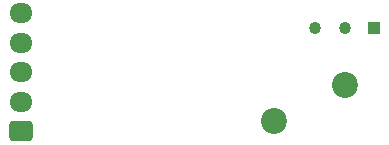
<source format=gts>
%TF.GenerationSoftware,KiCad,Pcbnew,7.0.6*%
%TF.CreationDate,2023-08-28T10:43:43+02:00*%
%TF.ProjectId,RH_BreakLever_FreeJoy,52485f42-7265-4616-9b4c-657665725f46,rev?*%
%TF.SameCoordinates,Original*%
%TF.FileFunction,Soldermask,Top*%
%TF.FilePolarity,Negative*%
%FSLAX46Y46*%
G04 Gerber Fmt 4.6, Leading zero omitted, Abs format (unit mm)*
G04 Created by KiCad (PCBNEW 7.0.6) date 2023-08-28 10:43:43*
%MOMM*%
%LPD*%
G01*
G04 APERTURE LIST*
G04 Aperture macros list*
%AMRoundRect*
0 Rectangle with rounded corners*
0 $1 Rounding radius*
0 $2 $3 $4 $5 $6 $7 $8 $9 X,Y pos of 4 corners*
0 Add a 4 corners polygon primitive as box body*
4,1,4,$2,$3,$4,$5,$6,$7,$8,$9,$2,$3,0*
0 Add four circle primitives for the rounded corners*
1,1,$1+$1,$2,$3*
1,1,$1+$1,$4,$5*
1,1,$1+$1,$6,$7*
1,1,$1+$1,$8,$9*
0 Add four rect primitives between the rounded corners*
20,1,$1+$1,$2,$3,$4,$5,0*
20,1,$1+$1,$4,$5,$6,$7,0*
20,1,$1+$1,$6,$7,$8,$9,0*
20,1,$1+$1,$8,$9,$2,$3,0*%
G04 Aperture macros list end*
%ADD10R,1.030000X1.030000*%
%ADD11C,1.030000*%
%ADD12C,2.200000*%
%ADD13RoundRect,0.250000X0.725000X-0.600000X0.725000X0.600000X-0.725000X0.600000X-0.725000X-0.600000X0*%
%ADD14O,1.950000X1.700000*%
G04 APERTURE END LIST*
D10*
X68570000Y-25030001D03*
D11*
X66070000Y-25030001D03*
X63570000Y-25030001D03*
D12*
X60070000Y-32900001D03*
X66070000Y-29900001D03*
D13*
X38640000Y-33800000D03*
D14*
X38640000Y-31300000D03*
X38640000Y-28800000D03*
X38640000Y-26300000D03*
X38640000Y-23800000D03*
M02*

</source>
